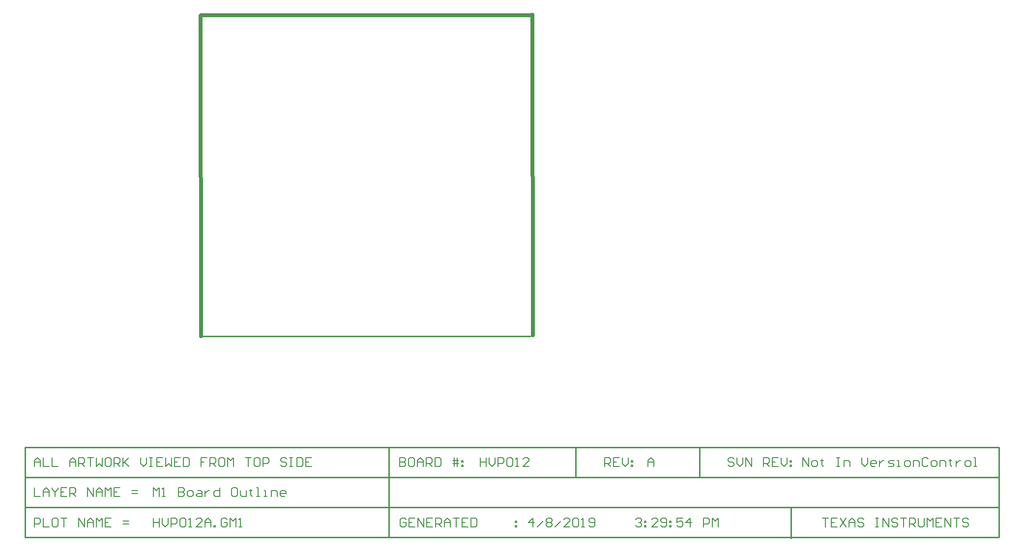
<source format=gm1>
G04*
G04 #@! TF.GenerationSoftware,Altium Limited,Altium Designer,18.1.9 (240)*
G04*
G04 Layer_Color=11296232*
%FSAX25Y25*%
%MOIN*%
G70*
G01*
G75*
%ADD16C,0.01000*%
%ADD17C,0.00800*%
%ADD99C,0.02500*%
G54D16*
X0159200Y0176400D02*
X0382700D01*
X0497200Y0080717D02*
Y0101050D01*
X0413200Y0080717D02*
Y0101050D01*
X0040000Y0080717D02*
X0700200D01*
X0040000Y0060383D02*
X0700000D01*
X0040000Y0040050D02*
X0440500D01*
X0040050Y0101050D02*
X0700200D01*
X0040050Y0040050D02*
Y0101050D01*
Y0040050D02*
X0197600D01*
X0040000D02*
Y0101050D01*
X0286500Y0040050D02*
Y0101050D01*
X0700200Y0040050D02*
Y0101050D01*
X0440500Y0040050D02*
X0700200D01*
X0559400Y0039400D02*
Y0059683D01*
G54D17*
X0126900Y0067551D02*
Y0073549D01*
X0128899Y0071549D01*
X0130899Y0073549D01*
Y0067551D01*
X0132898D02*
X0134897D01*
X0133898D01*
Y0073549D01*
X0132898Y0072549D01*
X0143895Y0073549D02*
Y0067551D01*
X0146894D01*
X0147893Y0068550D01*
Y0069550D01*
X0146894Y0070550D01*
X0143895D01*
X0146894D01*
X0147893Y0071549D01*
Y0072549D01*
X0146894Y0073549D01*
X0143895D01*
X0150892Y0067551D02*
X0152892D01*
X0153891Y0068550D01*
Y0070550D01*
X0152892Y0071549D01*
X0150892D01*
X0149893Y0070550D01*
Y0068550D01*
X0150892Y0067551D01*
X0156890Y0071549D02*
X0158890D01*
X0159889Y0070550D01*
Y0067551D01*
X0156890D01*
X0155891Y0068550D01*
X0156890Y0069550D01*
X0159889D01*
X0161889Y0071549D02*
Y0067551D01*
Y0069550D01*
X0162888Y0070550D01*
X0163888Y0071549D01*
X0164888D01*
X0171885Y0073549D02*
Y0067551D01*
X0168886D01*
X0167887Y0068550D01*
Y0070550D01*
X0168886Y0071549D01*
X0171885D01*
X0182882Y0073549D02*
X0180883D01*
X0179883Y0072549D01*
Y0068550D01*
X0180883Y0067551D01*
X0182882D01*
X0183882Y0068550D01*
Y0072549D01*
X0182882Y0073549D01*
X0185881Y0071549D02*
Y0068550D01*
X0186881Y0067551D01*
X0189880D01*
Y0071549D01*
X0192879Y0072549D02*
Y0071549D01*
X0191879D01*
X0193878D01*
X0192879D01*
Y0068550D01*
X0193878Y0067551D01*
X0196877D02*
X0198877D01*
X0197877D01*
Y0073549D01*
X0196877D01*
X0201876Y0067551D02*
X0203875D01*
X0202875D01*
Y0071549D01*
X0201876D01*
X0206874Y0067551D02*
Y0071549D01*
X0209873D01*
X0210873Y0070550D01*
Y0067551D01*
X0215871D02*
X0213872D01*
X0212872Y0068550D01*
Y0070550D01*
X0213872Y0071549D01*
X0215871D01*
X0216871Y0070550D01*
Y0069550D01*
X0212872D01*
X0567400Y0087833D02*
Y0093831D01*
X0571399Y0087833D01*
Y0093831D01*
X0574398Y0087833D02*
X0576397D01*
X0577397Y0088833D01*
Y0090832D01*
X0576397Y0091832D01*
X0574398D01*
X0573398Y0090832D01*
Y0088833D01*
X0574398Y0087833D01*
X0580396Y0092832D02*
Y0091832D01*
X0579396D01*
X0581395D01*
X0580396D01*
Y0088833D01*
X0581395Y0087833D01*
X0590393Y0093831D02*
X0592392D01*
X0591392D01*
Y0087833D01*
X0590393D01*
X0592392D01*
X0595391D02*
Y0091832D01*
X0598390D01*
X0599390Y0090832D01*
Y0087833D01*
X0607387Y0093831D02*
Y0089833D01*
X0609386Y0087833D01*
X0611386Y0089833D01*
Y0093831D01*
X0616384Y0087833D02*
X0614385D01*
X0613385Y0088833D01*
Y0090832D01*
X0614385Y0091832D01*
X0616384D01*
X0617384Y0090832D01*
Y0089833D01*
X0613385D01*
X0619383Y0091832D02*
Y0087833D01*
Y0089833D01*
X0620383Y0090832D01*
X0621383Y0091832D01*
X0622382D01*
X0625381Y0087833D02*
X0628380D01*
X0629380Y0088833D01*
X0628380Y0089833D01*
X0626381D01*
X0625381Y0090832D01*
X0626381Y0091832D01*
X0629380D01*
X0631379Y0087833D02*
X0633379D01*
X0632379D01*
Y0091832D01*
X0631379D01*
X0637377Y0087833D02*
X0639377D01*
X0640376Y0088833D01*
Y0090832D01*
X0639377Y0091832D01*
X0637377D01*
X0636378Y0090832D01*
Y0088833D01*
X0637377Y0087833D01*
X0642376D02*
Y0091832D01*
X0645375D01*
X0646374Y0090832D01*
Y0087833D01*
X0652373Y0092832D02*
X0651373Y0093831D01*
X0649373D01*
X0648374Y0092832D01*
Y0088833D01*
X0649373Y0087833D01*
X0651373D01*
X0652373Y0088833D01*
X0655372Y0087833D02*
X0657371D01*
X0658371Y0088833D01*
Y0090832D01*
X0657371Y0091832D01*
X0655372D01*
X0654372Y0090832D01*
Y0088833D01*
X0655372Y0087833D01*
X0660370D02*
Y0091832D01*
X0663369D01*
X0664369Y0090832D01*
Y0087833D01*
X0667368Y0092832D02*
Y0091832D01*
X0666368D01*
X0668367D01*
X0667368D01*
Y0088833D01*
X0668367Y0087833D01*
X0671366Y0091832D02*
Y0087833D01*
Y0089833D01*
X0672366Y0090832D01*
X0673366Y0091832D01*
X0674365D01*
X0678364Y0087833D02*
X0680364D01*
X0681363Y0088833D01*
Y0090832D01*
X0680364Y0091832D01*
X0678364D01*
X0677364Y0090832D01*
Y0088833D01*
X0678364Y0087833D01*
X0683362D02*
X0685362D01*
X0684362D01*
Y0093831D01*
X0683362D01*
X0520799Y0092832D02*
X0519799Y0093831D01*
X0517800D01*
X0516800Y0092832D01*
Y0091832D01*
X0517800Y0090832D01*
X0519799D01*
X0520799Y0089833D01*
Y0088833D01*
X0519799Y0087833D01*
X0517800D01*
X0516800Y0088833D01*
X0522798Y0093831D02*
Y0089833D01*
X0524797Y0087833D01*
X0526797Y0089833D01*
Y0093831D01*
X0528796Y0087833D02*
Y0093831D01*
X0532795Y0087833D01*
Y0093831D01*
X0540792Y0087833D02*
Y0093831D01*
X0543791D01*
X0544791Y0092832D01*
Y0090832D01*
X0543791Y0089833D01*
X0540792D01*
X0542792D02*
X0544791Y0087833D01*
X0550789Y0093831D02*
X0546790D01*
Y0087833D01*
X0550789D01*
X0546790Y0090832D02*
X0548790D01*
X0552788Y0093831D02*
Y0089833D01*
X0554788Y0087833D01*
X0556787Y0089833D01*
Y0093831D01*
X0558786Y0091832D02*
X0559786D01*
Y0090832D01*
X0558786D01*
Y0091832D01*
Y0088833D02*
X0559786D01*
Y0087833D01*
X0558786D01*
Y0088833D01*
X0433000Y0087833D02*
Y0093831D01*
X0435999D01*
X0436999Y0092832D01*
Y0090832D01*
X0435999Y0089833D01*
X0433000D01*
X0434999D02*
X0436999Y0087833D01*
X0442997Y0093831D02*
X0438998D01*
Y0087833D01*
X0442997D01*
X0438998Y0090832D02*
X0440997D01*
X0444996Y0093831D02*
Y0089833D01*
X0446995Y0087833D01*
X0448995Y0089833D01*
Y0093831D01*
X0450994Y0091832D02*
X0451994D01*
Y0090832D01*
X0450994D01*
Y0091832D01*
Y0088833D02*
X0451994D01*
Y0087833D01*
X0450994D01*
Y0088833D01*
X0126900Y0052965D02*
Y0046966D01*
Y0049966D01*
X0130899D01*
Y0052965D01*
Y0046966D01*
X0132898Y0052965D02*
Y0048966D01*
X0134897Y0046966D01*
X0136897Y0048966D01*
Y0052965D01*
X0138896Y0046966D02*
Y0052965D01*
X0141895D01*
X0142895Y0051965D01*
Y0049966D01*
X0141895Y0048966D01*
X0138896D01*
X0144894Y0051965D02*
X0145894Y0052965D01*
X0147893D01*
X0148893Y0051965D01*
Y0047966D01*
X0147893Y0046966D01*
X0145894D01*
X0144894Y0047966D01*
Y0051965D01*
X0150892Y0046966D02*
X0152892D01*
X0151892D01*
Y0052965D01*
X0150892Y0051965D01*
X0159889Y0046966D02*
X0155891D01*
X0159889Y0050965D01*
Y0051965D01*
X0158890Y0052965D01*
X0156890D01*
X0155891Y0051965D01*
X0161889Y0046966D02*
Y0050965D01*
X0163888Y0052965D01*
X0165887Y0050965D01*
Y0046966D01*
Y0049966D01*
X0161889D01*
X0167887Y0046966D02*
Y0047966D01*
X0168886D01*
Y0046966D01*
X0167887D01*
X0176884Y0051965D02*
X0175884Y0052965D01*
X0173885D01*
X0172885Y0051965D01*
Y0047966D01*
X0173885Y0046966D01*
X0175884D01*
X0176884Y0047966D01*
Y0049966D01*
X0174884D01*
X0178883Y0046966D02*
Y0052965D01*
X0180883Y0050965D01*
X0182882Y0052965D01*
Y0046966D01*
X0184881D02*
X0186881D01*
X0185881D01*
Y0052965D01*
X0184881Y0051965D01*
X0384149Y0046966D02*
Y0052965D01*
X0381150Y0049966D01*
X0385149D01*
X0387148Y0046966D02*
X0391147Y0050965D01*
X0393146Y0051965D02*
X0394146Y0052965D01*
X0396145D01*
X0397145Y0051965D01*
Y0050965D01*
X0396145Y0049966D01*
X0397145Y0048966D01*
Y0047966D01*
X0396145Y0046966D01*
X0394146D01*
X0393146Y0047966D01*
Y0048966D01*
X0394146Y0049966D01*
X0393146Y0050965D01*
Y0051965D01*
X0394146Y0049966D02*
X0396145D01*
X0399144Y0046966D02*
X0403143Y0050965D01*
X0409141Y0046966D02*
X0405142D01*
X0409141Y0050965D01*
Y0051965D01*
X0408141Y0052965D01*
X0406142D01*
X0405142Y0051965D01*
X0411140D02*
X0412140Y0052965D01*
X0414139D01*
X0415139Y0051965D01*
Y0047966D01*
X0414139Y0046966D01*
X0412140D01*
X0411140Y0047966D01*
Y0051965D01*
X0417138Y0046966D02*
X0419138D01*
X0418138D01*
Y0052965D01*
X0417138Y0051965D01*
X0422137Y0047966D02*
X0423136Y0046966D01*
X0425136D01*
X0426135Y0047966D01*
Y0051965D01*
X0425136Y0052965D01*
X0423136D01*
X0422137Y0051965D01*
Y0050965D01*
X0423136Y0049966D01*
X0426135D01*
X0298199Y0051965D02*
X0297199Y0052965D01*
X0295200D01*
X0294200Y0051965D01*
Y0047966D01*
X0295200Y0046966D01*
X0297199D01*
X0298199Y0047966D01*
Y0049966D01*
X0296199D01*
X0304197Y0052965D02*
X0300198D01*
Y0046966D01*
X0304197D01*
X0300198Y0049966D02*
X0302197D01*
X0306196Y0046966D02*
Y0052965D01*
X0310195Y0046966D01*
Y0052965D01*
X0316193D02*
X0312194D01*
Y0046966D01*
X0316193D01*
X0312194Y0049966D02*
X0314194D01*
X0318192Y0046966D02*
Y0052965D01*
X0321191D01*
X0322191Y0051965D01*
Y0049966D01*
X0321191Y0048966D01*
X0318192D01*
X0320192D02*
X0322191Y0046966D01*
X0324190D02*
Y0050965D01*
X0326190Y0052965D01*
X0328189Y0050965D01*
Y0046966D01*
Y0049966D01*
X0324190D01*
X0330188Y0052965D02*
X0334187D01*
X0332188D01*
Y0046966D01*
X0340185Y0052965D02*
X0336186D01*
Y0046966D01*
X0340185D01*
X0336186Y0049966D02*
X0338186D01*
X0342184Y0052965D02*
Y0046966D01*
X0345183D01*
X0346183Y0047966D01*
Y0051965D01*
X0345183Y0052965D01*
X0342184D01*
X0372175Y0050965D02*
X0373175D01*
Y0049966D01*
X0372175D01*
Y0050965D01*
Y0047966D02*
X0373175D01*
Y0046966D01*
X0372175D01*
Y0047966D01*
X0046350Y0087833D02*
Y0091832D01*
X0048349Y0093831D01*
X0050349Y0091832D01*
Y0087833D01*
Y0090832D01*
X0046350D01*
X0052348Y0093831D02*
Y0087833D01*
X0056347D01*
X0058346Y0093831D02*
Y0087833D01*
X0062345D01*
X0070342D02*
Y0091832D01*
X0072342Y0093831D01*
X0074341Y0091832D01*
Y0087833D01*
Y0090832D01*
X0070342D01*
X0076340Y0087833D02*
Y0093831D01*
X0079339D01*
X0080339Y0092832D01*
Y0090832D01*
X0079339Y0089833D01*
X0076340D01*
X0078340D02*
X0080339Y0087833D01*
X0082338Y0093831D02*
X0086337D01*
X0084338D01*
Y0087833D01*
X0088336Y0093831D02*
Y0087833D01*
X0090336Y0089833D01*
X0092335Y0087833D01*
Y0093831D01*
X0097334D02*
X0095334D01*
X0094335Y0092832D01*
Y0088833D01*
X0095334Y0087833D01*
X0097334D01*
X0098333Y0088833D01*
Y0092832D01*
X0097334Y0093831D01*
X0100332Y0087833D02*
Y0093831D01*
X0103332D01*
X0104331Y0092832D01*
Y0090832D01*
X0103332Y0089833D01*
X0100332D01*
X0102332D02*
X0104331Y0087833D01*
X0106331Y0093831D02*
Y0087833D01*
Y0089833D01*
X0110329Y0093831D01*
X0107330Y0090832D01*
X0110329Y0087833D01*
X0118327Y0093831D02*
Y0089833D01*
X0120326Y0087833D01*
X0122325Y0089833D01*
Y0093831D01*
X0124325D02*
X0126324D01*
X0125324D01*
Y0087833D01*
X0124325D01*
X0126324D01*
X0133322Y0093831D02*
X0129323D01*
Y0087833D01*
X0133322D01*
X0129323Y0090832D02*
X0131323D01*
X0135321Y0093831D02*
Y0087833D01*
X0137321Y0089833D01*
X0139320Y0087833D01*
Y0093831D01*
X0145318D02*
X0141319D01*
Y0087833D01*
X0145318D01*
X0141319Y0090832D02*
X0143319D01*
X0147317Y0093831D02*
Y0087833D01*
X0150316D01*
X0151316Y0088833D01*
Y0092832D01*
X0150316Y0093831D01*
X0147317D01*
X0163312D02*
X0159313D01*
Y0090832D01*
X0161313D01*
X0159313D01*
Y0087833D01*
X0165312D02*
Y0093831D01*
X0168310D01*
X0169310Y0092832D01*
Y0090832D01*
X0168310Y0089833D01*
X0165312D01*
X0167311D02*
X0169310Y0087833D01*
X0174309Y0093831D02*
X0172309D01*
X0171310Y0092832D01*
Y0088833D01*
X0172309Y0087833D01*
X0174309D01*
X0175308Y0088833D01*
Y0092832D01*
X0174309Y0093831D01*
X0177308Y0087833D02*
Y0093831D01*
X0179307Y0091832D01*
X0181306Y0093831D01*
Y0087833D01*
X0189304Y0093831D02*
X0193303D01*
X0191303D01*
Y0087833D01*
X0198301Y0093831D02*
X0196301D01*
X0195302Y0092832D01*
Y0088833D01*
X0196301Y0087833D01*
X0198301D01*
X0199301Y0088833D01*
Y0092832D01*
X0198301Y0093831D01*
X0201300Y0087833D02*
Y0093831D01*
X0204299D01*
X0205299Y0092832D01*
Y0090832D01*
X0204299Y0089833D01*
X0201300D01*
X0217295Y0092832D02*
X0216295Y0093831D01*
X0214296D01*
X0213296Y0092832D01*
Y0091832D01*
X0214296Y0090832D01*
X0216295D01*
X0217295Y0089833D01*
Y0088833D01*
X0216295Y0087833D01*
X0214296D01*
X0213296Y0088833D01*
X0219294Y0093831D02*
X0221293D01*
X0220294D01*
Y0087833D01*
X0219294D01*
X0221293D01*
X0224292Y0093831D02*
Y0087833D01*
X0227291D01*
X0228291Y0088833D01*
Y0092832D01*
X0227291Y0093831D01*
X0224292D01*
X0234289D02*
X0230291D01*
Y0087833D01*
X0234289D01*
X0230291Y0090832D02*
X0232290D01*
X0462150Y0087833D02*
Y0091832D01*
X0464149Y0093831D01*
X0466149Y0091832D01*
Y0087833D01*
Y0090832D01*
X0462150D01*
X0348550Y0093831D02*
Y0087833D01*
Y0090832D01*
X0352549D01*
Y0093831D01*
Y0087833D01*
X0354548Y0093831D02*
Y0089833D01*
X0356547Y0087833D01*
X0358547Y0089833D01*
Y0093831D01*
X0360546Y0087833D02*
Y0093831D01*
X0363545D01*
X0364545Y0092832D01*
Y0090832D01*
X0363545Y0089833D01*
X0360546D01*
X0366544Y0092832D02*
X0367544Y0093831D01*
X0369543D01*
X0370543Y0092832D01*
Y0088833D01*
X0369543Y0087833D01*
X0367544D01*
X0366544Y0088833D01*
Y0092832D01*
X0372542Y0087833D02*
X0374542D01*
X0373542D01*
Y0093831D01*
X0372542Y0092832D01*
X0381539Y0087833D02*
X0377541D01*
X0381539Y0091832D01*
Y0092832D01*
X0380540Y0093831D01*
X0378540D01*
X0377541Y0092832D01*
X0294000Y0093831D02*
Y0087833D01*
X0296999D01*
X0297999Y0088833D01*
Y0089833D01*
X0296999Y0090832D01*
X0294000D01*
X0296999D01*
X0297999Y0091832D01*
Y0092832D01*
X0296999Y0093831D01*
X0294000D01*
X0302997D02*
X0300998D01*
X0299998Y0092832D01*
Y0088833D01*
X0300998Y0087833D01*
X0302997D01*
X0303997Y0088833D01*
Y0092832D01*
X0302997Y0093831D01*
X0305996Y0087833D02*
Y0091832D01*
X0307996Y0093831D01*
X0309995Y0091832D01*
Y0087833D01*
Y0090832D01*
X0305996D01*
X0311994Y0087833D02*
Y0093831D01*
X0314993D01*
X0315993Y0092832D01*
Y0090832D01*
X0314993Y0089833D01*
X0311994D01*
X0313994D02*
X0315993Y0087833D01*
X0317992Y0093831D02*
Y0087833D01*
X0320991D01*
X0321991Y0088833D01*
Y0092832D01*
X0320991Y0093831D01*
X0317992D01*
X0330988Y0087833D02*
Y0093831D01*
X0332987D02*
Y0087833D01*
X0329988Y0091832D02*
X0332987D01*
X0333987D01*
X0329988Y0089833D02*
X0333987D01*
X0335986Y0091832D02*
X0336986D01*
Y0090832D01*
X0335986D01*
Y0091832D01*
Y0088833D02*
X0336986D01*
Y0087833D01*
X0335986D01*
Y0088833D01*
X0046350Y0073549D02*
Y0067551D01*
X0050349D01*
X0052348D02*
Y0071549D01*
X0054347Y0073549D01*
X0056347Y0071549D01*
Y0067551D01*
Y0070550D01*
X0052348D01*
X0058346Y0073549D02*
Y0072549D01*
X0060346Y0070550D01*
X0062345Y0072549D01*
Y0073549D01*
X0060346Y0070550D02*
Y0067551D01*
X0068343Y0073549D02*
X0064344D01*
Y0067551D01*
X0068343D01*
X0064344Y0070550D02*
X0066343D01*
X0070342Y0067551D02*
Y0073549D01*
X0073341D01*
X0074341Y0072549D01*
Y0070550D01*
X0073341Y0069550D01*
X0070342D01*
X0072342D02*
X0074341Y0067551D01*
X0082338D02*
Y0073549D01*
X0086337Y0067551D01*
Y0073549D01*
X0088336Y0067551D02*
Y0071549D01*
X0090336Y0073549D01*
X0092335Y0071549D01*
Y0067551D01*
Y0070550D01*
X0088336D01*
X0094335Y0067551D02*
Y0073549D01*
X0096334Y0071549D01*
X0098333Y0073549D01*
Y0067551D01*
X0104331Y0073549D02*
X0100332D01*
Y0067551D01*
X0104331D01*
X0100332Y0070550D02*
X0102332D01*
X0112329Y0069550D02*
X0116327D01*
X0112329Y0071549D02*
X0116327D01*
X0046350Y0046966D02*
Y0052965D01*
X0049349D01*
X0050349Y0051965D01*
Y0049966D01*
X0049349Y0048966D01*
X0046350D01*
X0052348Y0052965D02*
Y0046966D01*
X0056347D01*
X0061345Y0052965D02*
X0059346D01*
X0058346Y0051965D01*
Y0047966D01*
X0059346Y0046966D01*
X0061345D01*
X0062345Y0047966D01*
Y0051965D01*
X0061345Y0052965D01*
X0064344D02*
X0068343D01*
X0066343D01*
Y0046966D01*
X0076340D02*
Y0052965D01*
X0080339Y0046966D01*
Y0052965D01*
X0082338Y0046966D02*
Y0050965D01*
X0084338Y0052965D01*
X0086337Y0050965D01*
Y0046966D01*
Y0049966D01*
X0082338D01*
X0088336Y0046966D02*
Y0052965D01*
X0090336Y0050965D01*
X0092335Y0052965D01*
Y0046966D01*
X0098333Y0052965D02*
X0094335D01*
Y0046966D01*
X0098333D01*
X0094335Y0049966D02*
X0096334D01*
X0106331Y0048966D02*
X0110329D01*
X0106331Y0050965D02*
X0110329D01*
X0454050Y0051965D02*
X0455050Y0052965D01*
X0457049D01*
X0458049Y0051965D01*
Y0050965D01*
X0457049Y0049966D01*
X0456049D01*
X0457049D01*
X0458049Y0048966D01*
Y0047966D01*
X0457049Y0046966D01*
X0455050D01*
X0454050Y0047966D01*
X0460048Y0050965D02*
X0461048D01*
Y0049966D01*
X0460048D01*
Y0050965D01*
Y0047966D02*
X0461048D01*
Y0046966D01*
X0460048D01*
Y0047966D01*
X0469045Y0046966D02*
X0465046D01*
X0469045Y0050965D01*
Y0051965D01*
X0468046Y0052965D01*
X0466046D01*
X0465046Y0051965D01*
X0471044Y0047966D02*
X0472044Y0046966D01*
X0474044D01*
X0475043Y0047966D01*
Y0051965D01*
X0474044Y0052965D01*
X0472044D01*
X0471044Y0051965D01*
Y0050965D01*
X0472044Y0049966D01*
X0475043D01*
X0477043Y0050965D02*
X0478042D01*
Y0049966D01*
X0477043D01*
Y0050965D01*
Y0047966D02*
X0478042D01*
Y0046966D01*
X0477043D01*
Y0047966D01*
X0486040Y0052965D02*
X0482041D01*
Y0049966D01*
X0484040Y0050965D01*
X0485040D01*
X0486040Y0049966D01*
Y0047966D01*
X0485040Y0046966D01*
X0483041D01*
X0482041Y0047966D01*
X0491038Y0046966D02*
Y0052965D01*
X0488039Y0049966D01*
X0492038D01*
X0500035Y0046966D02*
Y0052965D01*
X0503034D01*
X0504034Y0051965D01*
Y0049966D01*
X0503034Y0048966D01*
X0500035D01*
X0506033Y0046966D02*
Y0052965D01*
X0508033Y0050965D01*
X0510032Y0052965D01*
Y0046966D01*
X0580500Y0052965D02*
X0584499D01*
X0582499D01*
Y0046966D01*
X0590497Y0052965D02*
X0586498D01*
Y0046966D01*
X0590497D01*
X0586498Y0049966D02*
X0588497D01*
X0592496Y0052965D02*
X0596495Y0046966D01*
Y0052965D02*
X0592496Y0046966D01*
X0598494D02*
Y0050965D01*
X0600493Y0052965D01*
X0602493Y0050965D01*
Y0046966D01*
Y0049966D01*
X0598494D01*
X0608491Y0051965D02*
X0607491Y0052965D01*
X0605492D01*
X0604492Y0051965D01*
Y0050965D01*
X0605492Y0049966D01*
X0607491D01*
X0608491Y0048966D01*
Y0047966D01*
X0607491Y0046966D01*
X0605492D01*
X0604492Y0047966D01*
X0616488Y0052965D02*
X0618488D01*
X0617488D01*
Y0046966D01*
X0616488D01*
X0618488D01*
X0621487D02*
Y0052965D01*
X0625486Y0046966D01*
Y0052965D01*
X0631484Y0051965D02*
X0630484Y0052965D01*
X0628484D01*
X0627485Y0051965D01*
Y0050965D01*
X0628484Y0049966D01*
X0630484D01*
X0631484Y0048966D01*
Y0047966D01*
X0630484Y0046966D01*
X0628484D01*
X0627485Y0047966D01*
X0633483Y0052965D02*
X0637482D01*
X0635482D01*
Y0046966D01*
X0639481D02*
Y0052965D01*
X0642480D01*
X0643480Y0051965D01*
Y0049966D01*
X0642480Y0048966D01*
X0639481D01*
X0641480D02*
X0643480Y0046966D01*
X0645479Y0052965D02*
Y0047966D01*
X0646479Y0046966D01*
X0648478D01*
X0649478Y0047966D01*
Y0052965D01*
X0651477Y0046966D02*
Y0052965D01*
X0653476Y0050965D01*
X0655476Y0052965D01*
Y0046966D01*
X0661474Y0052965D02*
X0657475D01*
Y0046966D01*
X0661474D01*
X0657475Y0049966D02*
X0659474D01*
X0663473Y0046966D02*
Y0052965D01*
X0667472Y0046966D01*
Y0052965D01*
X0669471D02*
X0673470D01*
X0671471D01*
Y0046966D01*
X0679468Y0051965D02*
X0678468Y0052965D01*
X0676469D01*
X0675469Y0051965D01*
Y0050965D01*
X0676469Y0049966D01*
X0678468D01*
X0679468Y0048966D01*
Y0047966D01*
X0678468Y0046966D01*
X0676469D01*
X0675469Y0047966D01*
G54D99*
X0384000Y0394200D02*
X0384200Y0176900D01*
X0383700Y0393900D02*
X0384000Y0394200D01*
X0159200Y0393900D02*
X0383700D01*
X0159100Y0393800D02*
X0159200Y0393900D01*
X0159100Y0393800D02*
X0159200Y0176400D01*
M02*

</source>
